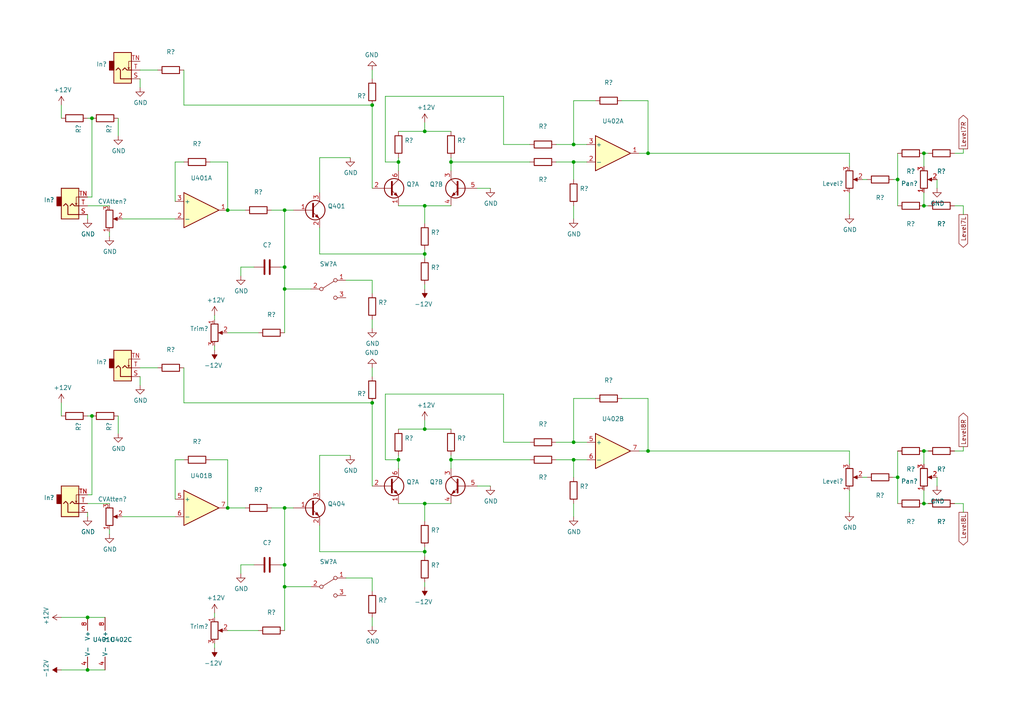
<source format=kicad_sch>
(kicad_sch (version 20211123) (generator eeschema)
  (paper "A4")
  (lib_symbols
    (symbol "Amplifier_Operational:TL072" (pin_names (offset 0.127))
      (property "Reference" "U" (at 0 5.08 0))
      (property "Value" "TL072" (at 0 -5.08 0))
      (symbol "TL072_1_1"
        (polyline (pts (xy -5.08 5.08) (xy 5.08 0) (xy -5.08 -5.08) (xy -5.08 5.08)) (stroke (width 0.254)) (fill (type background)))
        (pin output line (at 7.62 0 180) (length 2.54) (name "~") (number "1"))
        (pin input line (at -7.62 -2.54 0) (length 2.54) (name "-") (number "2"))
        (pin input line (at -7.62 2.54 0) (length 2.54) (name "+") (number "3"))
      )
      (symbol "TL072_2_1"
        (polyline (pts (xy -5.08 5.08) (xy 5.08 0) (xy -5.08 -5.08) (xy -5.08 5.08)) (stroke (width 0.254)) (fill (type background)))
        (pin input line (at -7.62 2.54 0) (length 2.54) (name "+") (number "5"))
        (pin input line (at -7.62 -2.54 0) (length 2.54) (name "-") (number "6"))
        (pin output line (at 7.62 0 180) (length 2.54) (name "~") (number "7"))
      )
      (symbol "TL072_3_1"
        (pin power_in line (at -2.54 -7.62 90) (length 3.81) (name "V-") (number "4"))
        (pin power_in line (at -2.54 7.62 270) (length 3.81) (name "V+") (number "8"))
      )
    )
    (symbol "Connector:AudioJack2_SwitchT"
      (property "Reference" "J" (at 0 8.89 0))
      (property "Value" "AudioJack2_SwitchT" (at 0 6.35 0))
      (symbol "AudioJack2_SwitchT_0_1"
        (rectangle (start -2.54 0) (end -3.81 -2.54) (stroke (width 0.254)) (fill (type outline)))
        (polyline (pts (xy 1.778 -0.254) (xy 2.032 -0.762)))
        (polyline (pts (xy 0 0) (xy 0.635 -0.635) (xy 1.27 0) (xy 2.54 0)) (stroke (width 0.254)))
        (polyline (pts (xy 2.54 -2.54) (xy 1.778 -2.54) (xy 1.778 -0.254) (xy 1.524 -0.762)))
        (polyline (pts (xy 2.54 2.54) (xy -0.635 2.54) (xy -0.635 0) (xy -1.27 -0.635) (xy -1.905 0)) (stroke (width 0.254)))
        (rectangle (start 2.54 3.81) (end -2.54 -5.08) (stroke (width 0.254)) (fill (type background)))
      )
      (symbol "AudioJack2_SwitchT_1_1"
        (pin passive line (at 5.08 2.54 180) (length 2.54) (name "~") (number "S"))
        (pin passive line (at 5.08 0 180) (length 2.54) (name "~") (number "T"))
        (pin passive line (at 5.08 -2.54 180) (length 2.54) (name "~") (number "TN"))
      )
    )
    (symbol "Device:C" (pin_numbers hide) (pin_names (offset 0.254))
      (property "Reference" "C" (at 0.635 2.54 0))
      (property "Value" "C" (at 0.635 -2.54 0))
      (symbol "C_0_1"
        (polyline (pts (xy -2.032 -0.762) (xy 2.032 -0.762)) (stroke (width 0.508)))
        (polyline (pts (xy -2.032 0.762) (xy 2.032 0.762)) (stroke (width 0.508)))
      )
      (symbol "C_1_1"
        (pin passive line (at 0 3.81 270) (length 2.794) (name "~") (number "1"))
        (pin passive line (at 0 -3.81 90) (length 2.794) (name "~") (number "2"))
      )
    )
    (symbol "Device:R" (pin_numbers hide) (pin_names (offset 0))
      (property "Reference" "R" (at 2.032 0 90))
      (property "Value" "R" (at 0 0 90))
      (symbol "R_0_1"
        (rectangle (start -1.016 -2.54) (end 1.016 2.54) (stroke (width 0.254)))
      )
      (symbol "R_1_1"
        (pin passive line (at 0 3.81 270) (length 1.27) (name "~") (number "1"))
        (pin passive line (at 0 -3.81 90) (length 1.27) (name "~") (number "2"))
      )
    )
    (symbol "Switch:SW_DPDT_x2" (pin_names (offset 0) hide)
      (property "Reference" "SW" (at 0 4.318 0))
      (property "Value" "SW_DPDT_x2" (at 0 -5.08 0))
      (symbol "SW_DPDT_x2_0_0"
        (circle (center -2.032 0) (radius 0.508))
        (circle (center 2.032 -2.54) (radius 0.508))
      )
      (symbol "SW_DPDT_x2_0_1"
        (polyline (pts (xy -1.524 0.254) (xy 1.651 2.286)))
        (circle (center 2.032 2.54) (radius 0.508))
      )
      (symbol "SW_DPDT_x2_1_1"
        (pin passive line (at 5.08 2.54 180) (length 2.54) (name "A") (number "1"))
        (pin passive line (at -5.08 0 0) (length 2.54) (name "B") (number "2"))
        (pin passive line (at 5.08 -2.54 180) (length 2.54) (name "C") (number "3"))
      )
      (symbol "SW_DPDT_x2_2_1"
        (pin passive line (at 5.08 2.54 180) (length 2.54) (name "A") (number "4"))
        (pin passive line (at -5.08 0 0) (length 2.54) (name "B") (number "5"))
        (pin passive line (at 5.08 -2.54 180) (length 2.54) (name "C") (number "6"))
      )
    )
    (symbol "Transistor_BJT:MBT3904DW1" (pin_names (offset 0) hide)
      (property "Reference" "Q" (at 5.08 1.27 0))
      (property "Value" "MBT3904DW1" (at 5.08 -1.27 0))
      (symbol "MBT3904DW1_0_1"
        (polyline (pts (xy 0.635 0) (xy -2.54 0)))
        (polyline (pts (xy 0.635 0.635) (xy 2.54 2.54)))
        (polyline (pts (xy 0.635 -0.635) (xy 2.54 -2.54) (xy 2.54 -2.54)))
        (polyline (pts (xy 0.635 1.905) (xy 0.635 -1.905) (xy 0.635 -1.905)) (stroke (width 0.508)))
        (polyline (pts (xy 1.27 -1.778) (xy 1.778 -1.27) (xy 2.286 -2.286) (xy 1.27 -1.778) (xy 1.27 -1.778)) (fill (type outline)))
        (circle (center 1.27 0) (radius 2.8194) (stroke (width 0.254)))
      )
      (symbol "MBT3904DW1_1_1"
        (pin passive line (at 2.54 -5.08 90) (length 2.54) (name "E1") (number "1"))
        (pin input line (at -5.08 0 0) (length 2.54) (name "B1") (number "2"))
        (pin passive line (at 2.54 5.08 270) (length 2.54) (name "C1") (number "6"))
      )
      (symbol "MBT3904DW1_2_1"
        (pin passive line (at 2.54 5.08 270) (length 2.54) (name "C2") (number "3"))
        (pin passive line (at 2.54 -5.08 90) (length 2.54) (name "E2") (number "4"))
        (pin input line (at -5.08 0 0) (length 2.54) (name "B2") (number "5"))
      )
    )
    (symbol "Transistor_BJT:MMBT3904" (pin_names (offset 0) hide)
      (property "Reference" "Q" (at 5.08 1.905 0))
      (property "Value" "MMBT3904" (at 5.08 0 0))
      (symbol "MMBT3904_0_1"
        (polyline (pts (xy 0.635 0.635) (xy 2.54 2.54)))
        (polyline (pts (xy 0.635 -0.635) (xy 2.54 -2.54) (xy 2.54 -2.54)))
        (polyline (pts (xy 0.635 1.905) (xy 0.635 -1.905) (xy 0.635 -1.905)) (stroke (width 0.508)))
        (polyline (pts (xy 1.27 -1.778) (xy 1.778 -1.27) (xy 2.286 -2.286) (xy 1.27 -1.778) (xy 1.27 -1.778)) (fill (type outline)))
        (circle (center 1.27 0) (radius 2.8194) (stroke (width 0.254)))
      )
      (symbol "MMBT3904_1_1"
        (pin input line (at -5.08 0 0) (length 5.715) (name "B") (number "1"))
        (pin passive line (at 2.54 -5.08 90) (length 2.54) (name "E") (number "2"))
        (pin passive line (at 2.54 5.08 270) (length 2.54) (name "C") (number "3"))
      )
    )
    (symbol "kassuVCA-rescue:R_POT-Device" (pin_names (offset 1.016) hide)
      (property "Reference" "RV" (at -4.445 0 90))
      (property "Value" "R_POT-Device" (at -2.54 0 90))
      (symbol "R_POT-Device_0_1"
        (polyline (pts (xy 2.54 0) (xy 1.524 0)))
        (polyline (pts (xy 1.143 0) (xy 2.286 0.508) (xy 2.286 -0.508) (xy 1.143 0)) (fill (type outline)))
        (rectangle (start 1.016 2.54) (end -1.016 -2.54) (stroke (width 0.254)))
      )
      (symbol "R_POT-Device_1_1"
        (pin passive line (at 0 3.81 270) (length 1.27) (name "1") (number "1"))
        (pin passive line (at 3.81 0 180) (length 1.27) (name "2") (number "2"))
        (pin passive line (at 0 -3.81 90) (length 1.27) (name "3") (number "3"))
      )
    )
    (symbol "power:+12V" (power) (pin_names (offset 0))
      (property "Value" "+12V" (at 0 3.556 0))
      (symbol "+12V_0_1"
        (polyline (pts (xy -0.762 1.27) (xy 0 2.54)))
        (polyline (pts (xy 0 0) (xy 0 2.54)))
        (polyline (pts (xy 0 2.54) (xy 0.762 1.27)))
      )
      (symbol "+12V_1_1"
        (pin power_in line (at 0 0 90) (length 0) hide (name "+12V") (number "1"))
      )
    )
    (symbol "power:-12V" (power) (pin_names (offset 0))
      (property "Value" "-12V" (at 0 3.81 0))
      (symbol "-12V_0_0"
        (pin power_in line (at 0 0 90) (length 0) hide (name "-12V") (number "1"))
      )
      (symbol "-12V_0_1"
        (polyline (pts (xy 0 0) (xy 0 1.27) (xy 0.762 1.27) (xy 0 2.54) (xy -0.762 1.27) (xy 0 1.27)) (fill (type outline)))
      )
    )
    (symbol "power:GND" (power) (pin_names (offset 0))
      (property "Value" "GND" (at 0 -3.81 0))
      (symbol "GND_0_1"
        (polyline (pts (xy 0 0) (xy 0 -1.27) (xy 1.27 -1.27) (xy 0 -2.54) (xy -1.27 -1.27) (xy 0 -1.27)))
      )
      (symbol "GND_1_1"
        (pin power_in line (at 0 0 270) (length 0) hide (name "GND") (number "1"))
      )
    )
  )
  (junction (at 267.97 146.05))
  (junction (at 82.55 60.96))
  (junction (at 130.81 46.99))
  (junction (at 166.37 41.91))
  (junction (at 123.19 38.1))
  (junction (at 66.04 60.96))
  (junction (at 187.96 44.45))
  (junction (at 123.19 146.05))
  (junction (at 123.19 59.69))
  (junction (at 130.81 133.35))
  (junction (at 260.35 138.43))
  (junction (at 123.19 124.46))
  (junction (at 82.55 77.47))
  (junction (at 82.55 147.32))
  (junction (at 166.37 46.99))
  (junction (at 82.55 170.18))
  (junction (at 267.97 59.69))
  (junction (at 166.37 133.35))
  (junction (at 25.4 194.31))
  (junction (at 82.55 163.83))
  (junction (at 187.96 130.81))
  (junction (at 26.67 34.29))
  (junction (at 123.19 73.66))
  (junction (at 66.04 147.32))
  (junction (at 107.95 30.48))
  (junction (at 115.57 133.35))
  (junction (at 267.97 44.45))
  (junction (at 26.67 120.65))
  (junction (at 107.95 116.84))
  (junction (at 123.19 160.02))
  (junction (at 82.55 83.82))
  (junction (at 166.37 128.27))
  (junction (at 260.35 52.07))
  (junction (at 267.97 130.81))
  (junction (at 25.4 179.07))
  (junction (at 115.57 46.99))
  (wire (pts (xy 60.96 46.99) (xy 66.04 46.99)))
  (wire (pts (xy 26.67 34.29) (xy 25.4 34.29)))
  (wire (pts (xy 279.4 146.05) (xy 276.86 146.05)))
  (wire (pts (xy 166.37 63.5) (xy 166.37 59.69)))
  (wire (pts (xy 82.55 163.83) (xy 82.55 147.32)))
  (wire (pts (xy 31.75 154.94) (xy 31.75 153.67)))
  (wire (pts (xy 40.64 25.4) (xy 40.64 22.86)))
  (wire (pts (xy 26.67 34.29) (xy 26.67 57.15)))
  (wire (pts (xy 82.55 163.83) (xy 82.55 170.18)))
  (wire (pts (xy 123.19 73.66) (xy 123.19 74.93)))
  (wire (pts (xy 92.71 55.88) (xy 92.71 45.72)))
  (wire (pts (xy 130.81 45.72) (xy 130.81 46.99)))
  (wire (pts (xy 100.33 167.64) (xy 107.95 167.64)))
  (wire (pts (xy 123.19 121.92) (xy 123.19 124.46)))
  (wire (pts (xy 107.95 30.48) (xy 107.95 54.61)))
  (wire (pts (xy 69.85 80.01) (xy 69.85 77.47)))
  (wire (pts (xy 166.37 138.43) (xy 166.37 133.35)))
  (wire (pts (xy 40.64 106.68) (xy 45.72 106.68)))
  (wire (pts (xy 92.71 160.02) (xy 123.19 160.02)))
  (wire (pts (xy 82.55 77.47) (xy 82.55 60.96)))
  (wire (pts (xy 82.55 60.96) (xy 85.09 60.96)))
  (wire (pts (xy 115.57 45.72) (xy 115.57 46.99)))
  (wire (pts (xy 78.74 147.32) (xy 82.55 147.32)))
  (wire (pts (xy 66.04 133.35) (xy 66.04 147.32)))
  (wire (pts (xy 123.19 170.18) (xy 123.19 168.91)))
  (wire (pts (xy 17.78 116.84) (xy 17.78 120.65)))
  (wire (pts (xy 130.81 133.35) (xy 153.67 133.35)))
  (wire (pts (xy 26.67 143.51) (xy 25.4 143.51)))
  (wire (pts (xy 246.38 130.81) (xy 246.38 134.62)))
  (wire (pts (xy 92.71 45.72) (xy 101.6 45.72)))
  (wire (pts (xy 123.19 35.56) (xy 123.19 38.1)))
  (wire (pts (xy 26.67 57.15) (xy 25.4 57.15)))
  (wire (pts (xy 161.29 133.35) (xy 166.37 133.35)))
  (wire (pts (xy 260.35 52.07) (xy 260.35 44.45)))
  (wire (pts (xy 107.95 167.64) (xy 107.95 171.45)))
  (wire (pts (xy 246.38 148.59) (xy 246.38 142.24)))
  (wire (pts (xy 17.78 30.48) (xy 17.78 34.29)))
  (wire (pts (xy 123.19 158.75) (xy 123.19 160.02)))
  (wire (pts (xy 260.35 52.07) (xy 259.08 52.07)))
  (wire (pts (xy 107.95 106.68) (xy 107.95 109.22)))
  (wire (pts (xy 92.71 73.66) (xy 123.19 73.66)))
  (wire (pts (xy 50.8 144.78) (xy 50.8 133.35)))
  (wire (pts (xy 146.05 41.91) (xy 153.67 41.91)))
  (wire (pts (xy 115.57 46.99) (xy 115.57 49.53)))
  (wire (pts (xy 31.75 59.69) (xy 25.4 59.69)))
  (wire (pts (xy 107.95 116.84) (xy 107.95 140.97)))
  (wire (pts (xy 78.74 60.96) (xy 82.55 60.96)))
  (wire (pts (xy 82.55 77.47) (xy 82.55 83.82)))
  (wire (pts (xy 26.67 120.65) (xy 26.67 143.51)))
  (wire (pts (xy 187.96 130.81) (xy 246.38 130.81)))
  (wire (pts (xy 62.23 92.71) (xy 62.23 91.44)))
  (wire (pts (xy 123.19 64.77) (xy 123.19 59.69)))
  (wire (pts (xy 267.97 55.88) (xy 267.97 59.69)))
  (wire (pts (xy 107.95 181.61) (xy 107.95 179.07)))
  (wire (pts (xy 92.71 142.24) (xy 92.71 132.08)))
  (wire (pts (xy 161.29 41.91) (xy 166.37 41.91)))
  (wire (pts (xy 279.4 59.69) (xy 276.86 59.69)))
  (wire (pts (xy 40.64 20.32) (xy 45.72 20.32)))
  (wire (pts (xy 180.34 29.21) (xy 187.96 29.21)))
  (wire (pts (xy 279.4 62.23) (xy 279.4 59.69)))
  (wire (pts (xy 82.55 83.82) (xy 82.55 96.52)))
  (wire (pts (xy 123.19 72.39) (xy 123.19 73.66)))
  (wire (pts (xy 107.95 116.84) (xy 53.34 116.84)))
  (wire (pts (xy 107.95 30.48) (xy 53.34 30.48)))
  (wire (pts (xy 246.38 62.23) (xy 246.38 55.88)))
  (wire (pts (xy 271.78 52.07) (xy 271.78 54.61)))
  (wire (pts (xy 31.75 68.58) (xy 31.75 67.31)))
  (wire (pts (xy 111.76 114.3) (xy 146.05 114.3)))
  (wire (pts (xy 50.8 58.42) (xy 50.8 46.99)))
  (wire (pts (xy 90.17 170.18) (xy 82.55 170.18)))
  (wire (pts (xy 66.04 96.52) (xy 74.93 96.52)))
  (wire (pts (xy 53.34 30.48) (xy 53.34 20.32)))
  (wire (pts (xy 25.4 62.23) (xy 25.4 63.5)))
  (wire (pts (xy 269.24 130.81) (xy 267.97 130.81)))
  (wire (pts (xy 115.57 46.99) (xy 111.76 46.99)))
  (wire (pts (xy 115.57 146.05) (xy 123.19 146.05)))
  (wire (pts (xy 71.12 60.96) (xy 66.04 60.96)))
  (wire (pts (xy 161.29 46.99) (xy 166.37 46.99)))
  (wire (pts (xy 35.56 149.86) (xy 50.8 149.86)))
  (wire (pts (xy 166.37 128.27) (xy 170.18 128.27)))
  (wire (pts (xy 71.12 147.32) (xy 66.04 147.32)))
  (wire (pts (xy 31.75 146.05) (xy 25.4 146.05)))
  (wire (pts (xy 130.81 46.99) (xy 153.67 46.99)))
  (wire (pts (xy 34.29 125.73) (xy 34.29 120.65)))
  (wire (pts (xy 166.37 133.35) (xy 170.18 133.35)))
  (wire (pts (xy 107.95 81.28) (xy 107.95 85.09)))
  (wire (pts (xy 60.96 133.35) (xy 66.04 133.35)))
  (wire (pts (xy 62.23 101.6) (xy 62.23 100.33)))
  (wire (pts (xy 53.34 116.84) (xy 53.34 106.68)))
  (wire (pts (xy 123.19 59.69) (xy 130.81 59.69)))
  (wire (pts (xy 276.86 130.81) (xy 279.4 130.81)))
  (wire (pts (xy 146.05 128.27) (xy 153.67 128.27)))
  (wire (pts (xy 62.23 179.07) (xy 62.23 177.8)))
  (wire (pts (xy 81.28 163.83) (xy 82.55 163.83)))
  (wire (pts (xy 187.96 115.57) (xy 187.96 130.81)))
  (wire (pts (xy 123.19 151.13) (xy 123.19 146.05)))
  (wire (pts (xy 187.96 44.45) (xy 185.42 44.45)))
  (wire (pts (xy 111.76 46.99) (xy 111.76 27.94)))
  (wire (pts (xy 25.4 194.31) (xy 30.48 194.31)))
  (wire (pts (xy 25.4 179.07) (xy 30.48 179.07)))
  (wire (pts (xy 146.05 27.94) (xy 146.05 41.91)))
  (wire (pts (xy 260.35 138.43) (xy 260.35 130.81)))
  (wire (pts (xy 50.8 133.35) (xy 53.34 133.35)))
  (wire (pts (xy 123.19 160.02) (xy 123.19 161.29)))
  (wire (pts (xy 50.8 46.99) (xy 53.34 46.99)))
  (wire (pts (xy 267.97 142.24) (xy 267.97 146.05)))
  (wire (pts (xy 69.85 166.37) (xy 69.85 163.83)))
  (wire (pts (xy 246.38 44.45) (xy 246.38 48.26)))
  (wire (pts (xy 69.85 77.47) (xy 73.66 77.47)))
  (wire (pts (xy 130.81 46.99) (xy 130.81 49.53)))
  (wire (pts (xy 146.05 114.3) (xy 146.05 128.27)))
  (wire (pts (xy 161.29 128.27) (xy 166.37 128.27)))
  (wire (pts (xy 35.56 63.5) (xy 50.8 63.5)))
  (wire (pts (xy 166.37 41.91) (xy 170.18 41.91)))
  (wire (pts (xy 269.24 146.05) (xy 267.97 146.05)))
  (wire (pts (xy 180.34 115.57) (xy 187.96 115.57)))
  (wire (pts (xy 26.67 120.65) (xy 25.4 120.65)))
  (wire (pts (xy 92.71 152.4) (xy 92.71 160.02)))
  (wire (pts (xy 271.78 138.43) (xy 271.78 140.97)))
  (wire (pts (xy 187.96 29.21) (xy 187.96 44.45)))
  (wire (pts (xy 166.37 46.99) (xy 170.18 46.99)))
  (wire (pts (xy 130.81 132.08) (xy 130.81 133.35)))
  (wire (pts (xy 166.37 149.86) (xy 166.37 146.05)))
  (wire (pts (xy 123.19 124.46) (xy 130.81 124.46)))
  (wire (pts (xy 81.28 77.47) (xy 82.55 77.47)))
  (wire (pts (xy 25.4 148.59) (xy 25.4 149.86)))
  (wire (pts (xy 62.23 187.96) (xy 62.23 186.69)))
  (wire (pts (xy 66.04 46.99) (xy 66.04 60.96)))
  (wire (pts (xy 138.43 140.97) (xy 142.24 140.97)))
  (wire (pts (xy 187.96 44.45) (xy 246.38 44.45)))
  (wire (pts (xy 115.57 133.35) (xy 111.76 133.35)))
  (wire (pts (xy 40.64 111.76) (xy 40.64 109.22)))
  (wire (pts (xy 107.95 20.32) (xy 107.95 22.86)))
  (wire (pts (xy 260.35 146.05) (xy 260.35 138.43)))
  (wire (pts (xy 107.95 95.25) (xy 107.95 92.71)))
  (wire (pts (xy 115.57 132.08) (xy 115.57 133.35)))
  (wire (pts (xy 251.46 138.43) (xy 250.19 138.43)))
  (wire (pts (xy 17.78 194.31) (xy 25.4 194.31)))
  (wire (pts (xy 172.72 115.57) (xy 166.37 115.57)))
  (wire (pts (xy 115.57 38.1) (xy 123.19 38.1)))
  (wire (pts (xy 123.19 146.05) (xy 130.81 146.05)))
  (wire (pts (xy 115.57 59.69) (xy 123.19 59.69)))
  (wire (pts (xy 260.35 138.43) (xy 259.08 138.43)))
  (wire (pts (xy 115.57 133.35) (xy 115.57 135.89)))
  (wire (pts (xy 123.19 38.1) (xy 130.81 38.1)))
  (wire (pts (xy 17.78 179.07) (xy 25.4 179.07)))
  (wire (pts (xy 82.55 170.18) (xy 82.55 182.88)))
  (wire (pts (xy 251.46 52.07) (xy 250.19 52.07)))
  (wire (pts (xy 130.81 133.35) (xy 130.81 135.89)))
  (wire (pts (xy 279.4 130.81) (xy 279.4 129.54)))
  (wire (pts (xy 100.33 81.28) (xy 107.95 81.28)))
  (wire (pts (xy 92.71 132.08) (xy 101.6 132.08)))
  (wire (pts (xy 92.71 66.04) (xy 92.71 73.66)))
  (wire (pts (xy 172.72 29.21) (xy 166.37 29.21)))
  (wire (pts (xy 115.57 124.46) (xy 123.19 124.46)))
  (wire (pts (xy 269.24 44.45) (xy 267.97 44.45)))
  (wire (pts (xy 276.86 44.45) (xy 279.4 44.45)))
  (wire (pts (xy 82.55 147.32) (xy 85.09 147.32)))
  (wire (pts (xy 166.37 29.21) (xy 166.37 41.91)))
  (wire (pts (xy 260.35 59.69) (xy 260.35 52.07)))
  (wire (pts (xy 279.4 148.59) (xy 279.4 146.05)))
  (wire (pts (xy 166.37 52.07) (xy 166.37 46.99)))
  (wire (pts (xy 187.96 130.81) (xy 185.42 130.81)))
  (wire (pts (xy 66.04 182.88) (xy 74.93 182.88)))
  (wire (pts (xy 269.24 59.69) (xy 267.97 59.69)))
  (wire (pts (xy 267.97 130.81) (xy 267.97 134.62)))
  (wire (pts (xy 111.76 27.94) (xy 146.05 27.94)))
  (wire (pts (xy 166.37 115.57) (xy 166.37 128.27)))
  (wire (pts (xy 279.4 44.45) (xy 279.4 43.18)))
  (wire (pts (xy 90.17 83.82) (xy 82.55 83.82)))
  (wire (pts (xy 34.29 39.37) (xy 34.29 34.29)))
  (wire (pts (xy 267.97 44.45) (xy 267.97 48.26)))
  (wire (pts (xy 138.43 54.61) (xy 142.24 54.61)))
  (wire (pts (xy 123.19 83.82) (xy 123.19 82.55)))
  (wire (pts (xy 111.76 133.35) (xy 111.76 114.3)))
  (wire (pts (xy 69.85 163.83) (xy 73.66 163.83)))
  (global_label "Level7R" (shape output) (at 279.4 43.18 90) (property "Intersheet References" "${INTERSHEET_REFS}" (effects hide)))
  (global_label "Level8L" (shape output) (at 279.4 148.59 270) (property "Intersheet References" "${INTERSHEET_REFS}" (effects hide)))
  (global_label "Level7L" (shape output) (at 279.4 62.23 270) (property "Intersheet References" "${INTERSHEET_REFS}" (effects hide)))
  (global_label "Level8R" (shape output) (at 279.4 129.54 90) (property "Intersheet References" "${INTERSHEET_REFS}" (effects hide)))
  (symbol (lib_id "power:GND") (at 40.64 25.4 0) (unit 1)
    (property "Reference" "#PWR?" (effects hide))
  )
  (symbol (lib_id "Device:R") (at 166.37 55.88 180) (unit 1)
    (property "Reference" "R?" (at 168.148 54.7116 0) (effects (justify right)))
  )
  (symbol (lib_id "power:-12V") (at 62.23 101.6 180) (unit 1)
    (property "Reference" "#PWR?" (effects hide))
  )
  (symbol (lib_id "kassuVCA-rescue:R_POT-Device") (at 31.75 63.5 0) (mirror x) (unit 1)
    (property "Reference" "CVAtten?" (at 36.83 58.42 0) (effects (justify right)))
  )
  (symbol (lib_id "power:GND") (at 34.29 39.37 0) (unit 1)
    (property "Reference" "#PWR?" (effects hide))
  )
  (symbol (lib_id "Device:R") (at 107.95 26.67 0) (unit 1)
    (property "Reference" "R?" (at 106.172 27.8384 0) (effects (justify right)))
  )
  (symbol (lib_id "power:+12V") (at 123.19 35.56 0) (unit 1)
    (property "Reference" "#PWR?" (effects hide))
  )
  (symbol (lib_id "power:GND") (at 142.24 54.61 0) (unit 1)
    (property "Reference" "#PWR?" (effects hide))
  )
  (symbol (lib_id "power:GND") (at 166.37 63.5 0) (unit 1)
    (property "Reference" "#PWR?" (effects hide))
  )
  (symbol (lib_id "Device:R") (at 123.19 78.74 180) (unit 1)
    (property "Reference" "R?" (at 124.968 77.5716 0) (effects (justify right)))
  )
  (symbol (lib_id "Transistor_BJT:MBT3904DW1") (at 113.03 54.61 0) (unit 1)
    (property "Reference" "Q?" (at 117.856 53.4416 0) (effects (justify left)))
    (property "Datasheet" "http://www.onsemi.com/pub_link/Collateral/MBT3904DW1T1-D.PDF" (effects hide))
  )
  (symbol (lib_id "Transistor_BJT:MBT3904DW1") (at 133.35 54.61 0) (mirror y) (unit 2)
    (property "Reference" "Q?" (at 128.4986 53.4416 0) (effects (justify left)))
    (property "Datasheet" "http://www.onsemi.com/pub_link/Collateral/MBT3904DW1T1-D.PDF" (effects hide))
  )
  (symbol (lib_id "Device:C") (at 77.47 77.47 270) (unit 1)
    (property "Reference" "C?" (at 77.47 71.0692 90))
  )
  (symbol (lib_id "power:GND") (at 69.85 80.01 0) (unit 1)
    (property "Reference" "#PWR?" (effects hide))
  )
  (symbol (lib_id "Device:R") (at 107.95 88.9 180) (unit 1)
    (property "Reference" "R?" (at 109.728 87.7316 0) (effects (justify right)))
  )
  (symbol (lib_id "power:GND") (at 246.38 62.23 0) (unit 1)
    (property "Reference" "#PWR?" (effects hide))
  )
  (symbol (lib_id "Device:R") (at 57.15 46.99 270) (unit 1)
    (property "Reference" "R?" (at 57.15 41.7322 90))
  )
  (symbol (lib_id "kassuVCA-rescue:R_POT-Device") (at 267.97 52.07 0) (mirror x) (unit 1)
    (property "Reference" "Pan?" (at 266.2174 53.2384 0) (effects (justify right)))
  )
  (symbol (lib_id "Device:R") (at 264.16 59.69 90) (unit 1)
    (property "Reference" "R?" (at 264.16 64.9478 90))
  )
  (symbol (lib_id "kassuVCA-rescue:R_POT-Device") (at 62.23 182.88 0) (unit 1)
    (property "Reference" "Trim?" (at 60.4774 181.7116 0) (effects (justify right)))
  )
  (symbol (lib_id "power:GND") (at 142.24 140.97 0) (unit 1)
    (property "Reference" "#PWR?" (effects hide))
  )
  (symbol (lib_id "Device:R") (at 157.48 128.27 270) (unit 1)
    (property "Reference" "R?" (at 157.48 123.0122 90))
  )
  (symbol (lib_id "Device:R") (at 157.48 133.35 270) (unit 1)
    (property "Reference" "R?" (at 157.48 138.43 90))
  )
  (symbol (lib_id "power:GND") (at 107.95 106.68 180) (unit 1)
    (property "Reference" "#PWR?" (effects hide))
  )
  (symbol (lib_id "Transistor_BJT:MBT3904DW1") (at 133.35 140.97 0) (mirror y) (unit 2)
    (property "Reference" "Q?" (at 128.4986 139.8016 0) (effects (justify left)))
    (property "Datasheet" "http://www.onsemi.com/pub_link/Collateral/MBT3904DW1T1-D.PDF" (effects hide))
  )
  (symbol (lib_id "Device:R") (at 21.59 120.65 90) (unit 1)
    (property "Reference" "R?" (at 22.7584 122.428 0) (effects (justify right)))
  )
  (symbol (lib_id "Device:R") (at 30.48 120.65 90) (unit 1)
    (property "Reference" "R?" (at 31.6484 122.428 0) (effects (justify right)))
  )
  (symbol (lib_id "power:GND") (at 34.29 125.73 0) (unit 1)
    (property "Reference" "#PWR?" (effects hide))
  )
  (symbol (lib_id "Device:C") (at 77.47 163.83 270) (unit 1)
    (property "Reference" "C?" (at 77.47 157.4292 90))
  )
  (symbol (lib_id "power:GND") (at 107.95 181.61 0) (unit 1)
    (property "Reference" "#PWR?" (effects hide))
  )
  (symbol (lib_id "kassuVCA-rescue:R_POT-Device") (at 62.23 96.52 0) (unit 1)
    (property "Reference" "Trim?" (at 60.4774 95.3516 0) (effects (justify right)))
  )
  (symbol (lib_id "power:GND") (at 107.95 20.32 180) (unit 1)
    (property "Reference" "#PWR?" (effects hide))
  )
  (symbol (lib_id "Connector:AudioJack2_SwitchT") (at 35.56 20.32 0) (mirror x) (unit 1)
    (property "Reference" "In?" (at 31.0134 18.6182 0) (effects (justify right)))
  )
  (symbol (lib_id "Device:R") (at 74.93 60.96 270) (unit 1)
    (property "Reference" "R?" (at 74.93 55.7022 90))
  )
  (symbol (lib_id "Device:R") (at 21.59 34.29 90) (unit 1)
    (property "Reference" "R?" (at 22.7584 36.068 0) (effects (justify right)))
  )
  (symbol (lib_id "Device:R") (at 30.48 34.29 90) (unit 1)
    (property "Reference" "R?" (at 31.6484 36.068 0) (effects (justify right)))
  )
  (symbol (lib_id "Device:R") (at 115.57 41.91 0) (unit 1)
    (property "Reference" "R?" (at 117.348 40.7416 0) (effects (justify left)))
  )
  (symbol (lib_id "power:+12V") (at 17.78 30.48 0) (unit 1)
    (property "Reference" "#PWR?" (effects hide))
  )
  (symbol (lib_id "Connector:AudioJack2_SwitchT") (at 20.32 59.69 0) (mirror x) (unit 1)
    (property "Reference" "In?" (at 15.7734 57.9882 0) (effects (justify right)))
  )
  (symbol (lib_id "kassuVCA-rescue:R_POT-Device") (at 246.38 52.07 0) (mirror x) (unit 1)
    (property "Reference" "Level?" (at 244.6274 53.2384 0) (effects (justify right)))
  )
  (symbol (lib_id "Device:R") (at 130.81 128.27 0) (unit 1)
    (property "Reference" "R?" (at 132.588 127.1016 0) (effects (justify left)))
  )
  (symbol (lib_id "Device:R") (at 123.19 154.94 0) (unit 1)
    (property "Reference" "R?" (at 124.968 153.7716 0) (effects (justify left)))
  )
  (symbol (lib_id "Device:R") (at 107.95 113.03 0) (unit 1)
    (property "Reference" "R?" (at 106.172 114.1984 0) (effects (justify right)))
  )
  (symbol (lib_id "power:+12V") (at 123.19 121.92 0) (unit 1)
    (property "Reference" "#PWR?" (effects hide))
  )
  (symbol (lib_id "Device:R") (at 123.19 165.1 180) (unit 1)
    (property "Reference" "R?" (at 124.968 163.9316 0) (effects (justify right)))
  )
  (symbol (lib_id "power:-12V") (at 123.19 170.18 180) (unit 1)
    (property "Reference" "#PWR?" (effects hide))
  )
  (symbol (lib_id "Connector:AudioJack2_SwitchT") (at 20.32 146.05 0) (mirror x) (unit 1)
    (property "Reference" "In?" (at 15.7734 144.3482 0) (effects (justify right)))
  )
  (symbol (lib_id "power:GND") (at 25.4 149.86 0) (unit 1)
    (property "Reference" "#PWR?" (effects hide))
  )
  (symbol (lib_id "kassuVCA-rescue:R_POT-Device") (at 31.75 149.86 0) (mirror x) (unit 1)
    (property "Reference" "CVAtten?" (at 36.83 144.78 0) (effects (justify right)))
  )
  (symbol (lib_id "power:GND") (at 31.75 154.94 0) (unit 1)
    (property "Reference" "#PWR?" (effects hide))
  )
  (symbol (lib_id "power:+12V") (at 17.78 116.84 0) (unit 1)
    (property "Reference" "#PWR?" (effects hide))
  )
  (symbol (lib_id "Switch:SW_DPDT_x2") (at 95.25 170.18 0) (unit 1)
    (property "Reference" "SW?" (at 95.25 162.941 0))
  )
  (symbol (lib_id "Device:R") (at 273.05 146.05 90) (unit 1)
    (property "Reference" "R?" (at 273.05 151.3078 90))
  )
  (symbol (lib_id "Transistor_BJT:MMBT3904") (at 90.17 147.32 0) (unit 1)
    (property "Reference" "Q404" (at 95.0214 146.1516 0) (effects (justify left)))
    (property "Datasheet" "https://www.onsemi.com/pub/Collateral/2N3903-D.PDF" (effects hide))
  )
  (symbol (lib_id "Amplifier_Operational:TL072") (at 58.42 60.96 0) (unit 1)
    (property "Reference" "U401" (at 58.42 51.6382 0))
    (property "Datasheet" "http://www.ti.com/lit/ds/symlink/tl071.pdf" (effects hide))
  )
  (symbol (lib_id "Device:R") (at 130.81 41.91 0) (unit 1)
    (property "Reference" "R?" (at 132.588 40.7416 0) (effects (justify left)))
  )
  (symbol (lib_id "Device:R") (at 176.53 29.21 270) (unit 1)
    (property "Reference" "R?" (at 176.53 23.9522 90))
  )
  (symbol (lib_id "power:GND") (at 101.6 45.72 0) (unit 1)
    (property "Reference" "#PWR?" (effects hide))
  )
  (symbol (lib_id "power:-12V") (at 123.19 83.82 180) (unit 1)
    (property "Reference" "#PWR?" (effects hide))
  )
  (symbol (lib_id "Device:R") (at 78.74 96.52 270) (unit 1)
    (property "Reference" "R?" (at 78.74 91.2622 90))
  )
  (symbol (lib_id "power:+12V") (at 62.23 91.44 0) (unit 1)
    (property "Reference" "#PWR?" (effects hide))
  )
  (symbol (lib_id "Switch:SW_DPDT_x2") (at 95.25 83.82 0) (unit 1)
    (property "Reference" "SW?" (at 95.25 76.581 0))
  )
  (symbol (lib_id "Device:R") (at 123.19 68.58 0) (unit 1)
    (property "Reference" "R?" (at 124.968 67.4116 0) (effects (justify left)))
  )
  (symbol (lib_id "power:GND") (at 25.4 63.5 0) (unit 1)
    (property "Reference" "#PWR?" (effects hide))
  )
  (symbol (lib_id "Device:R") (at 273.05 44.45 90) (unit 1)
    (property "Reference" "R?" (at 273.05 49.7078 90))
  )
  (symbol (lib_id "Device:R") (at 115.57 128.27 0) (unit 1)
    (property "Reference" "R?" (at 117.348 127.1016 0) (effects (justify left)))
  )
  (symbol (lib_id "Device:R") (at 49.53 106.68 270) (unit 1)
    (property "Reference" "R?" (at 49.53 101.4222 90))
  )
  (symbol (lib_id "Connector:AudioJack2_SwitchT") (at 35.56 106.68 0) (mirror x) (unit 1)
    (property "Reference" "In?" (at 31.0134 104.9782 0) (effects (justify right)))
  )
  (symbol (lib_id "Device:R") (at 57.15 133.35 270) (unit 1)
    (property "Reference" "R?" (at 57.15 128.0922 90))
  )
  (symbol (lib_id "Device:R") (at 74.93 147.32 270) (unit 1)
    (property "Reference" "R?" (at 74.93 142.0622 90))
  )
  (symbol (lib_id "power:GND") (at 69.85 166.37 0) (unit 1)
    (property "Reference" "#PWR?" (effects hide))
  )
  (symbol (lib_id "Device:R") (at 107.95 175.26 180) (unit 1)
    (property "Reference" "R?" (at 109.728 174.0916 0) (effects (justify right)))
  )
  (symbol (lib_id "Device:R") (at 255.27 138.43 90) (unit 1)
    (property "Reference" "R?" (at 255.27 143.6878 90))
  )
  (symbol (lib_id "kassuVCA-rescue:R_POT-Device") (at 267.97 138.43 0) (mirror x) (unit 1)
    (property "Reference" "Pan?" (at 266.2174 139.5984 0) (effects (justify right)))
  )
  (symbol (lib_id "Device:R") (at 157.48 41.91 270) (unit 1)
    (property "Reference" "R?" (at 157.48 36.6522 90))
  )
  (symbol (lib_id "Device:R") (at 157.48 46.99 270) (unit 1)
    (property "Reference" "R?" (at 157.48 52.07 90))
  )
  (symbol (lib_id "power:GND") (at 31.75 68.58 0) (unit 1)
    (property "Reference" "#PWR?" (effects hide))
  )
  (symbol (lib_id "Device:R") (at 49.53 20.32 270) (unit 1)
    (property "Reference" "R?" (at 49.53 15.0622 90))
  )
  (symbol (lib_id "power:GND") (at 107.95 95.25 0) (unit 1)
    (property "Reference" "#PWR?" (effects hide))
  )
  (symbol (lib_id "Device:R") (at 255.27 52.07 90) (unit 1)
    (property "Reference" "R?" (at 255.27 57.3278 90))
  )
  (symbol (lib_id "power:GND") (at 271.78 54.61 0) (unit 1)
    (property "Reference" "#PWR?" (effects hide))
  )
  (symbol (lib_id "Device:R") (at 264.16 44.45 90) (unit 1)
    (property "Reference" "R?" (at 264.16 49.7078 90))
  )
  (symbol (lib_id "Device:R") (at 273.05 59.69 90) (unit 1)
    (property "Reference" "R?" (at 273.05 64.9478 90))
  )
  (symbol (lib_id "power:GND") (at 40.64 111.76 0) (unit 1)
    (property "Reference" "#PWR?" (effects hide))
  )
  (symbol (lib_id "Device:R") (at 176.53 115.57 270) (unit 1)
    (property "Reference" "R?" (at 176.53 110.3122 90))
  )
  (symbol (lib_id "Device:R") (at 166.37 142.24 180) (unit 1)
    (property "Reference" "R?" (at 168.148 141.0716 0) (effects (justify right)))
  )
  (symbol (lib_id "power:GND") (at 166.37 149.86 0) (unit 1)
    (property "Reference" "#PWR?" (effects hide))
  )
  (symbol (lib_id "power:GND") (at 101.6 132.08 0) (unit 1)
    (property "Reference" "#PWR?" (effects hide))
  )
  (symbol (lib_id "Device:R") (at 78.74 182.88 270) (unit 1)
    (property "Reference" "R?" (at 78.74 177.6222 90))
  )
  (symbol (lib_id "power:+12V") (at 62.23 177.8 0) (unit 1)
    (property "Reference" "#PWR?" (effects hide))
  )
  (symbol (lib_id "power:-12V") (at 62.23 187.96 180) (unit 1)
    (property "Reference" "#PWR?" (effects hide))
  )
  (symbol (lib_id "Transistor_BJT:MBT3904DW1") (at 113.03 140.97 0) (unit 1)
    (property "Reference" "Q?" (at 117.856 139.8016 0) (effects (justify left)))
    (property "Datasheet" "http://www.onsemi.com/pub_link/Collateral/MBT3904DW1T1-D.PDF" (effects hide))
  )
  (symbol (lib_id "kassuVCA-rescue:R_POT-Device") (at 246.38 138.43 0) (mirror x) (unit 1)
    (property "Reference" "Level?" (at 244.6274 139.5984 0) (effects (justify right)))
  )
  (symbol (lib_id "power:GND") (at 246.38 148.59 0) (unit 1)
    (property "Reference" "#PWR?" (effects hide))
  )
  (symbol (lib_id "power:GND") (at 271.78 140.97 0) (unit 1)
    (property "Reference" "#PWR?" (effects hide))
  )
  (symbol (lib_id "Device:R") (at 264.16 146.05 90) (unit 1)
    (property "Reference" "R?" (at 264.16 151.3078 90))
  )
  (symbol (lib_id "Device:R") (at 264.16 130.81 90) (unit 1)
    (property "Reference" "R?" (at 264.16 136.0678 90))
  )
  (symbol (lib_id "Device:R") (at 273.05 130.81 90) (unit 1)
    (property "Reference" "R?" (at 273.05 136.0678 90))
  )
  (symbol (lib_id "Amplifier_Operational:TL072") (at 177.8 130.81 0) (unit 2)
    (property "Reference" "U402" (at 177.8 121.4882 0))
    (property "Datasheet" "http://www.ti.com/lit/ds/symlink/tl071.pdf" (effects hide))
  )
  (symbol (lib_id "Amplifier_Operational:TL072") (at 27.94 186.69 0) (unit 3)
    (property "Reference" "U401" (at 26.8732 185.5216 0) (effects (justify left)))
    (property "Datasheet" "http://www.ti.com/lit/ds/symlink/tl071.pdf" (effects hide))
  )
  (symbol (lib_id "power:+12V") (at 17.78 179.07 90) (unit 1)
    (property "Reference" "#PWR?" (effects hide))
  )
  (symbol (lib_id "Amplifier_Operational:TL072") (at 177.8 44.45 0) (unit 1)
    (property "Reference" "U402" (at 177.8 35.1282 0))
    (property "Datasheet" "http://www.ti.com/lit/ds/symlink/tl071.pdf" (effects hide))
  )
  (symbol (lib_id "Transistor_BJT:MMBT3904") (at 90.17 60.96 0) (unit 1)
    (property "Reference" "Q401" (at 95.0214 59.7916 0) (effects (justify left)))
    (property "Datasheet" "https://www.onsemi.com/pub/Collateral/2N3903-D.PDF" (effects hide))
  )
  (symbol (lib_id "Amplifier_Operational:TL072") (at 58.42 147.32 0) (unit 2)
    (property "Reference" "U401" (at 58.42 137.9982 0))
    (property "Datasheet" "http://www.ti.com/lit/ds/symlink/tl071.pdf" (effects hide))
  )
  (symbol (lib_id "Amplifier_Operational:TL072") (at 33.02 186.69 0) (unit 3)
    (property "Reference" "U402" (at 31.9532 185.5216 0) (effects (justify left)))
    (property "Datasheet" "http://www.ti.com/lit/ds/symlink/tl071.pdf" (effects hide))
  )
  (symbol (lib_id "power:-12V") (at 17.78 194.31 90) (unit 1)
    (property "Reference" "#PWR?" (effects hide))
  )
)
</source>
